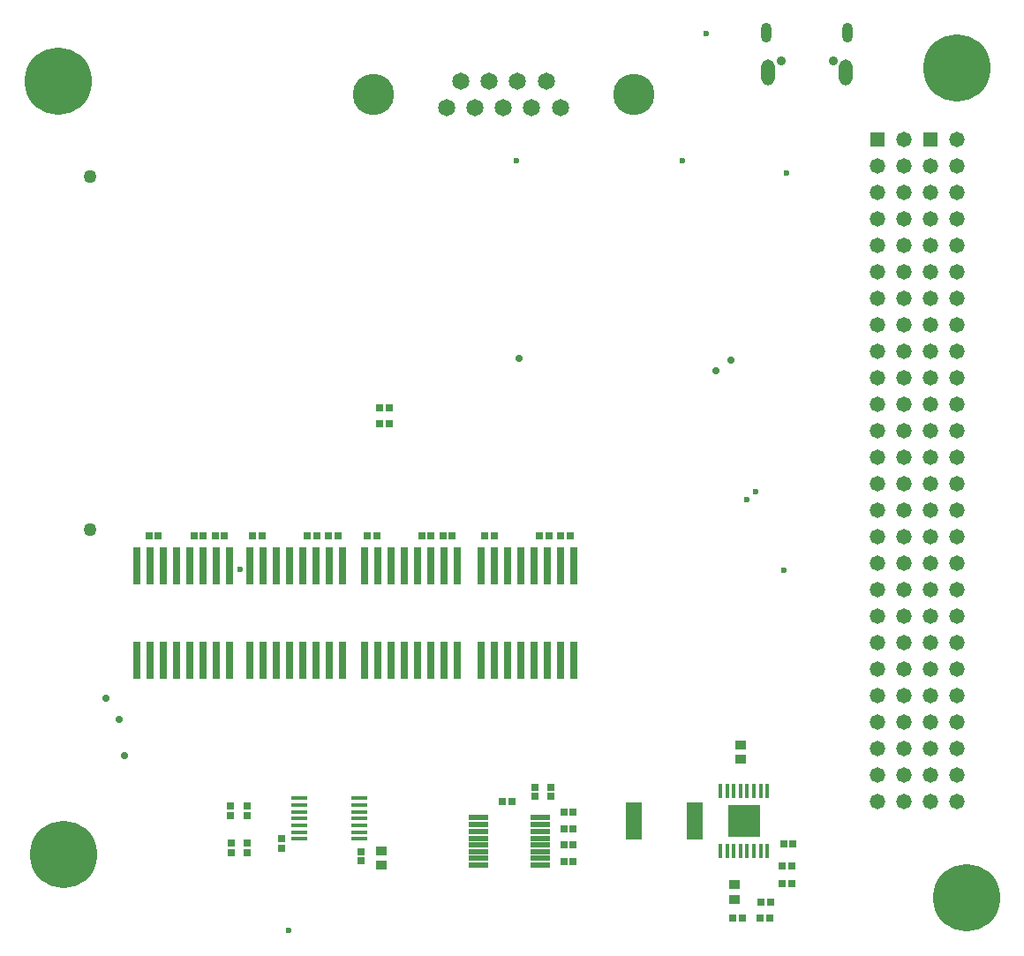
<source format=gbs>
%FSTAX23Y23*%
%MOIN*%
%SFA1B1*%

%IPPOS*%
%ADD44R,0.025653X0.025653*%
%ADD45R,0.025653X0.025653*%
%ADD51R,0.059118X0.017779*%
%ADD61R,0.039433X0.035496*%
%ADD65C,0.156000*%
%ADD66C,0.065000*%
%ADD67C,0.035496*%
%ADD68O,0.051244X0.098488*%
%ADD69O,0.039433X0.074866*%
%ADD70C,0.049787*%
%ADD71C,0.057937*%
%ADD72R,0.057937X0.057937*%
%ADD73C,0.253999*%
%ADD74C,0.023622*%
%ADD75C,0.027685*%
%ADD102R,0.120078X0.120078*%
%ADD103R,0.013780X0.055118*%
%ADD106R,0.027622X0.141795*%
%ADD107R,0.076079X0.022535*%
%ADD108R,0.062661X0.138645*%
%LNocb_development_board-1*%
%LPD*%
G54D44*
X02914Y0024D03*
X0295D03*
X02914Y00305D03*
X0295D03*
X02729Y0011D03*
X02765D03*
X02867D03*
X02832D03*
X02033Y01551D03*
X01997D03*
X02078D03*
X02113D03*
X01588D03*
X01553D03*
X01634D03*
X01669D03*
X0209Y00446D03*
X02125D03*
X0209Y00323D03*
X02125D03*
X01156Y01551D03*
X01121D03*
X00729D03*
X00693D03*
X01202D03*
X01237D03*
X00774D03*
X00809D03*
X01431Y02035D03*
X01395D03*
X0209Y00384D03*
X02125D03*
X0209Y00508D03*
X02125D03*
X0292Y0039D03*
X02955D03*
X0287Y0017D03*
X02834D03*
X01792Y01551D03*
X01827D03*
X01347D03*
X01383D03*
X01894Y00548D03*
X01859D03*
X00915Y01551D03*
X0095D03*
X00558D03*
X00523D03*
X01395Y01975D03*
X0143D03*
G54D45*
X00831Y00531D03*
Y00496D03*
X00895D03*
Y00531D03*
X00835Y00355D03*
Y00391D03*
X00895D03*
Y00355D03*
X0204Y00568D03*
Y00603D03*
X0198Y00568D03*
Y00603D03*
X01025Y00372D03*
Y00407D03*
X01325Y00325D03*
Y0036D03*
G54D51*
X01091Y00433D03*
Y00459D03*
Y00485D03*
X01318Y00561D03*
X01091D03*
Y00536D03*
Y0051D03*
X01318Y00536D03*
Y0051D03*
Y00485D03*
Y00459D03*
Y00433D03*
Y00408D03*
X01091D03*
G54D61*
X02735Y00179D03*
Y00235D03*
X02758Y00762D03*
Y00707D03*
X014Y00362D03*
Y00307D03*
G54D65*
X0137Y0322D03*
X02353D03*
G54D66*
X01646Y0317D03*
X017Y0327D03*
X01754Y0317D03*
X01807Y0327D03*
X01861Y0317D03*
X01915Y0327D03*
X01969Y0317D03*
X02023Y0327D03*
X02077Y0317D03*
G54D67*
X0291Y03345D03*
X03106D03*
G54D68*
X02861Y03303D03*
X03155D03*
G54D69*
X02855Y03453D03*
X0316D03*
G54D70*
X003Y01574D03*
Y02907D03*
G54D71*
X03375Y0105D03*
Y0115D03*
Y0135D03*
Y0125D03*
Y0155D03*
Y0165D03*
Y0175D03*
Y0195D03*
Y0185D03*
Y0215D03*
Y0235D03*
Y0205D03*
Y0225D03*
Y0145D03*
Y0095D03*
X03275Y0255D03*
Y0225D03*
Y0235D03*
Y0245D03*
Y0215D03*
Y0195D03*
Y0295D03*
Y0275D03*
Y0265D03*
Y0285D03*
Y0205D03*
X03375Y0055D03*
Y0085D03*
Y0065D03*
X03275Y0075D03*
Y0065D03*
X03375Y0075D03*
X03275Y0055D03*
Y0085D03*
Y0105D03*
Y0115D03*
Y0125D03*
Y0135D03*
Y0145D03*
Y0155D03*
Y0175D03*
Y0185D03*
Y0095D03*
Y0165D03*
X03375Y0265D03*
Y0255D03*
Y0285D03*
Y0245D03*
Y0305D03*
Y0275D03*
Y0295D03*
X03575Y0105D03*
Y0115D03*
Y0135D03*
Y0125D03*
Y0155D03*
Y0165D03*
Y0175D03*
Y0195D03*
Y0185D03*
Y0215D03*
Y0235D03*
Y0205D03*
Y0225D03*
Y0145D03*
Y0095D03*
X03475Y0255D03*
Y0225D03*
Y0235D03*
Y0245D03*
Y0215D03*
Y0195D03*
Y0295D03*
Y0275D03*
Y0265D03*
Y0285D03*
Y0205D03*
X03575Y0055D03*
Y0085D03*
Y0065D03*
X03475Y0075D03*
Y0065D03*
X03575Y0075D03*
X03475Y0055D03*
Y0085D03*
Y0105D03*
Y0115D03*
Y0125D03*
Y0135D03*
Y0145D03*
Y0155D03*
Y0175D03*
Y0185D03*
Y0095D03*
Y0165D03*
X03575Y0265D03*
Y0255D03*
Y0285D03*
Y0245D03*
Y0305D03*
Y0275D03*
Y0295D03*
G54D72*
X03275Y0305D03*
X03475D03*
G54D73*
X0361Y00185D03*
X03575Y0332D03*
X0018Y0327D03*
X002Y0035D03*
G54D74*
X00866Y01424D03*
X02931Y02922D03*
X0292Y01423D03*
X01052Y00063D03*
X02538Y02968D03*
X01911D03*
X02627Y03447D03*
X0278Y01689D03*
X02815Y01718D03*
G54D75*
X00431Y00722D03*
X02665Y02176D03*
X0041Y00857D03*
X00361Y00937D03*
X01922Y02221D03*
X0272Y02214D03*
G54D102*
X0277Y00475D03*
G54D103*
X0268Y00363D03*
X02706D03*
X02731D03*
X02757D03*
X02782D03*
X02808D03*
X02833D03*
X02859D03*
Y00587D03*
X02833D03*
X02808D03*
X02782D03*
X02757D03*
X02731D03*
X02706D03*
X0268D03*
G54D106*
X01337Y01083D03*
X01387D03*
X01437D03*
X01487D03*
X01437Y01437D03*
X01387D03*
X01337D03*
X01487D03*
X01537D03*
X01587D03*
X01637D03*
X01687D03*
Y01083D03*
X01637D03*
X01587D03*
X01537D03*
X00905D03*
X00955D03*
X01005D03*
X01055D03*
X01005Y01437D03*
X00955D03*
X00905D03*
X01055D03*
X01105D03*
X01155D03*
X01205D03*
X01255D03*
Y01083D03*
X01205D03*
X01155D03*
X01105D03*
X01979D03*
X02029D03*
X02079D03*
X02129D03*
Y01437D03*
X02079D03*
X02029D03*
X01979D03*
X01929D03*
X01779D03*
X01829D03*
X01879D03*
X01929Y01083D03*
X01879D03*
X01829D03*
X01779D03*
X00676D03*
X00726D03*
X00776D03*
X00826D03*
Y01437D03*
X00776D03*
X00726D03*
X00676D03*
X00626D03*
X00476D03*
X00526D03*
X00576D03*
X00626Y01083D03*
X00576D03*
X00526D03*
X00476D03*
G54D107*
X02Y00487D03*
Y00461D03*
Y00436D03*
Y0041D03*
Y00385D03*
Y00334D03*
Y00308D03*
X01769D03*
Y00334D03*
Y00385D03*
Y0041D03*
Y00436D03*
Y00461D03*
Y00487D03*
X02Y00359D03*
X01769D03*
G54D108*
X02585Y00475D03*
X02355D03*
M02*
</source>
